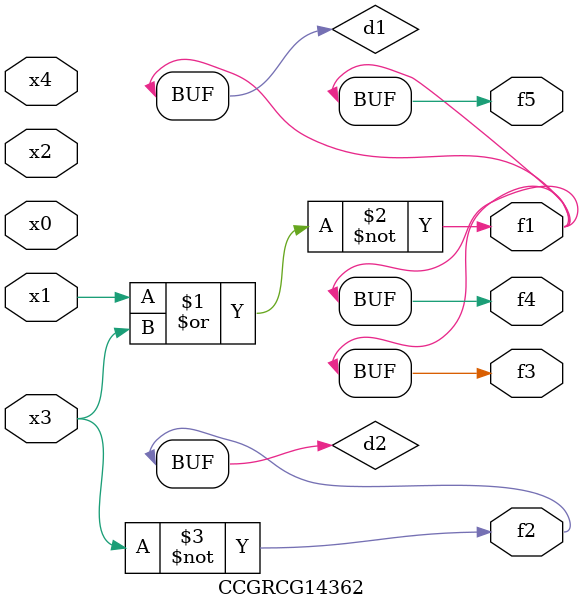
<source format=v>
module CCGRCG14362(
	input x0, x1, x2, x3, x4,
	output f1, f2, f3, f4, f5
);

	wire d1, d2;

	nor (d1, x1, x3);
	not (d2, x3);
	assign f1 = d1;
	assign f2 = d2;
	assign f3 = d1;
	assign f4 = d1;
	assign f5 = d1;
endmodule

</source>
